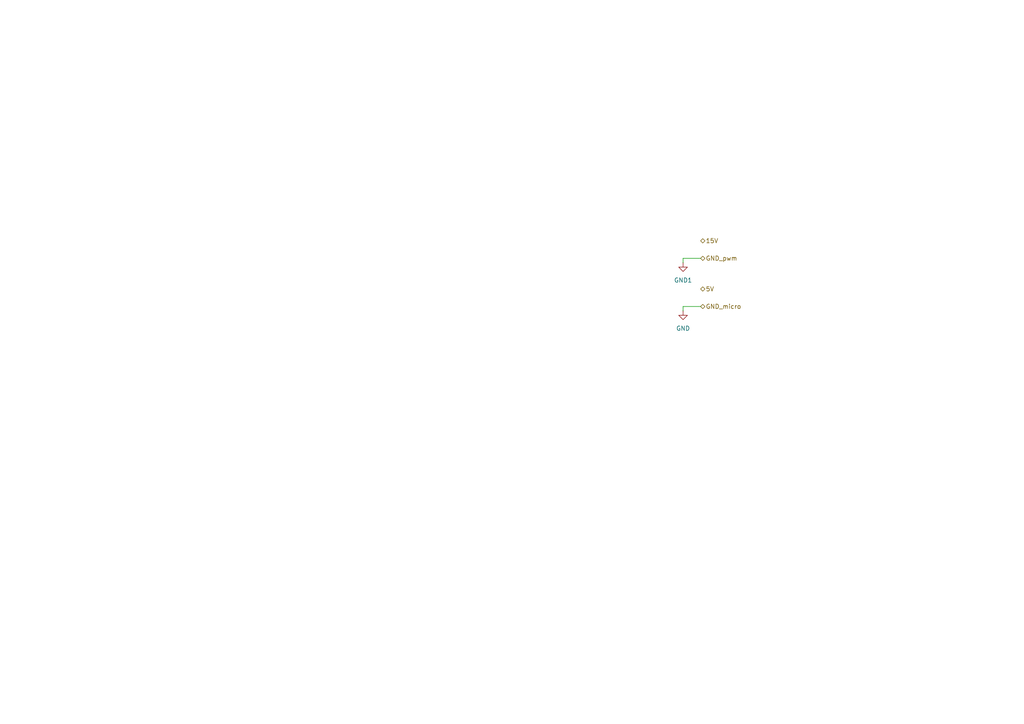
<source format=kicad_sch>
(kicad_sch (version 20231120) (generator "eeschema") (generator_version "8.0")
  (paper "A4")
  (lib_symbols
    (symbol "power:GND" (power) (pin_numbers hide) (pin_names (offset 0) hide)
      (property "Value" "GND" (at 0 -3.81 0))
      (symbol "GND_0_1"
        (polyline (pts (xy 0 0) (xy 0 -1.27) (xy 1.27 -1.27) (xy 0 -2.54) (xy -1.27 -1.27) (xy 0 -1.27)))
      )
      (symbol "GND_1_1"
        (pin power_in line (at 0 0 270) (length 0) (name "~") (number "1"))
      )
    )
    (symbol "power:GND1" (power) (pin_numbers hide) (pin_names (offset 0) hide)
      (property "Value" "GND1" (at 0 -3.81 0))
      (symbol "GND1_0_1"
        (polyline (pts (xy 0 0) (xy 0 -1.27) (xy 1.27 -1.27) (xy 0 -2.54) (xy -1.27 -1.27) (xy 0 -1.27)))
      )
      (symbol "GND1_1_1"
        (pin power_in line (at 0 0 270) (length 0) (name "~") (number "1"))
      )
    )
  )
  (wire (pts (xy 198.12 88.9) (xy 198.12 90.17)))
  (wire (pts (xy 198.12 88.9) (xy 203.2 88.9)))
  (wire (pts (xy 198.12 74.93) (xy 198.12 76.2)))
  (wire (pts (xy 198.12 74.93) (xy 203.2 74.93)))
  (hierarchical_label "5V" (shape bidirectional) (at 203.2 83.82 0))
  (hierarchical_label "GND_micro" (shape bidirectional) (at 203.2 88.9 0))
  (hierarchical_label "15V" (shape bidirectional) (at 203.2 69.85 0))
  (hierarchical_label "GND_pwm" (shape bidirectional) (at 203.2 74.93 0))
  (symbol (lib_id "power:GND1") (at 198.12 76.2 0) (unit 1)
    (property "Reference" "#PWR3" (effects (hide yes)))
    (property "Value" "GND1" (at 198.12 81.28 0))
    (property "Description" "Power symbol creates a global label with name \"GND1\" , ground" (effects (hide yes)))
  )
  (symbol (lib_id "power:GND") (at 198.12 90.17 0) (unit 1)
    (property "Reference" "#PWR1" (effects (hide yes)))
    (property "Value" "GND" (at 198.12 95.25 0))
    (property "Description" "Power symbol creates a global label with name \"GND\" , ground" (effects (hide yes)))
  )
)
</source>
